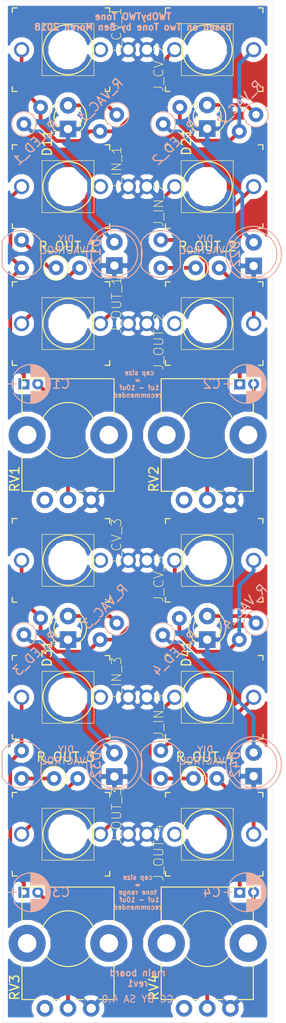
<source format=kicad_pcb>
(kicad_pcb (version 20171130) (host pcbnew "(5.0.0)")
  (layers (0 F.Cu signal) (31 B.Cu signal) (34 B.Paste user hide) (35 F.Paste user hide) (36 B.SilkS user) (37 F.SilkS user) (38 B.Mask user) (39 F.Mask user) (44 Edge.Cuts user))
  (net 0 "")
  (net 1 "Net-(C1-Pad2)")
  (net 2 "Net-(C1-Pad1)")
  (net 3 "Net-(C2-Pad1)")
  (net 4 "Net-(C2-Pad2)")
  (net 5 GND)
  (net 6 "Net-(C3-Pad1)")
  (net 7 "Net-(C3-Pad2)")
  (net 8 "Net-(C4-Pad2)")
  (net 9 "Net-(C4-Pad1)")
  (net 10 "Net-(D11-Pad2)")
  (net 11 "Net-(D12-Pad2)")
  (net 12 "Net-(D21-Pad2)")
  (net 13 "Net-(D22-Pad2)")
  (net 14 "Net-(D31-Pad2)")
  (net 15 "Net-(D32-Pad2)")
  (net 16 "Net-(D41-Pad2)")
  (net 17 "Net-(D42-Pad2)")
  (net 18 "Net-(J_CV_1-PadP$1_TIP)")
  (net 19 "Net-(J_CV_2-PadP$1_TIP)")
  (net 20 "Net-(J_CV_3-PadP$1_TIP)")
  (net 21 "Net-(J_CV_4-PadP$1_TIP)")
  (net 22 "Net-(R_OUT_1-Pad1)")
  (net 23 "Net-(R_OUT_2-Pad1)")
  (net 24 "Net-(R_OUT_3-Pad1)")
  (net 25 "Net-(R_OUT_4-Pad1)")
  (net 26 "Net-(J_IN_2-PadP$2_SWITCH)")
  (net 27 "Net-(J_IN_4-PadP$2_SWITCH)")
  (net 28 "Net-(J_OUT_1-PadP$1_TIP)")
  (net 29 "Net-(J_OUT_2-PadP$1_TIP)")
  (net 30 "Net-(J_OUT_3-PadP$1_TIP)")
  (net 31 "Net-(J_OUT_4-PadP$1_TIP)")
  (module Capacitors_THT:CP_Radial_D4.0mm_P1.50mm (layer B.Cu) (at 2.25 41.25)
    (fp_text reference C1 (at 4 0) (layer B.SilkS) (effects (justify mirror)))
    (fp_text value 10uF)
    (pad 2 thru_hole circle (at 1.5 0) (size 1.2 1.2) (drill 0.6) (layers *.Cu *.Mask) (net 1 "Net-(C1-Pad2)"))
    (pad 1 thru_hole rect (at 0 0) (size 1.2 1.2) (drill 0.6) (layers *.Cu *.Mask) (net 2 "Net-(C1-Pad1)"))
  )
  (module Capacitors_THT:CP_Radial_D4.0mm_P1.50mm (layer B.Cu) (at 2.25 96)
    (fp_text reference C3 (at 4 0) (layer B.SilkS) (effects (justify mirror)))
    (fp_text value 10uF)
    (pad 1 thru_hole rect (at 0 0) (size 1.2 1.2) (drill 0.6) (layers *.Cu *.Mask) (net 6 "Net-(C3-Pad1)"))
    (pad 2 thru_hole circle (at 1.5 0) (size 1.2 1.2) (drill 0.6) (layers *.Cu *.Mask) (net 7 "Net-(C3-Pad2)"))
  )
  (module LEDs:LED_D5.0mm (layer B.Cu) (at 12 28.5 90)
    (fp_text reference D12 (at 1.5 -2 90) (layer B.SilkS) (effects (justify mirror)))
    (fp_text value VAC-LED)
    (pad 2 thru_hole circle (at 2.54 0 90) (size 1.8 1.8) (drill 0.9) (layers *.Cu *.Mask) (net 11 "Net-(D12-Pad2)"))
    (pad 1 thru_hole rect (at 0 0 90) (size 1.8 1.8) (drill 0.9) (layers *.Cu *.Mask) (net 5 GND))
  )
  (module LEDs:LED_D5.0mm (layer B.Cu) (at 12 83.54 90)
    (fp_text reference D32 (at 1.25 -2 90) (layer B.SilkS) (effects (justify mirror)))
    (fp_text value VAC-LED)
    (pad 1 thru_hole rect (at 0 0 90) (size 1.8 1.8) (drill 0.9) (layers *.Cu *.Mask) (net 5 GND))
    (pad 2 thru_hole circle (at 2.54 0 90) (size 1.8 1.8) (drill 0.9) (layers *.Cu *.Mask) (net 15 "Net-(D32-Pad2)"))
  )
  (module Resistors_THT:R_Axial_DIN0207_L6.3mm_D2.5mm_P2.54mm_Vertical (layer B.Cu) (at 12.25 12.25 225)
    (fp_text reference R_VAC_1 (at 0.176777 2.298097 225) (layer B.SilkS) (effects (justify mirror)))
    (fp_text value 20K)
    (pad 1 thru_hole circle (at 0 0 225) (size 1.6 1.6) (drill 0.8) (layers *.Cu *.Mask) (net 10 "Net-(D11-Pad2)"))
    (pad 2 thru_hole oval (at 2.54 0 225) (size 1.6 1.6) (drill 0.8) (layers *.Cu *.Mask) (net 18 "Net-(J_CV_1-PadP$1_TIP)"))
  )
  (module Resistors_THT:R_Axial_DIN0207_L6.3mm_D2.5mm_P2.54mm_Vertical (layer B.Cu) (at 2.25 13.25 45)
    (fp_text reference R_LED_1 (at -0.53033 2.298097 45) (layer B.SilkS) (effects (justify mirror)))
    (fp_text value 20K)
    (pad 2 thru_hole oval (at 2.54 0 45) (size 1.6 1.6) (drill 0.8) (layers *.Cu *.Mask) (net 18 "Net-(J_CV_1-PadP$1_TIP)"))
    (pad 1 thru_hole circle (at 0 0 45) (size 1.6 1.6) (drill 0.8) (layers *.Cu *.Mask) (net 11 "Net-(D12-Pad2)"))
  )
  (module Resistors_THT:R_Axial_DIN0207_L6.3mm_D2.5mm_P2.54mm_Vertical (layer B.Cu) (at 12.25 67 225)
    (fp_text reference R_VAC_3 (at -0.353553 2.12132 225) (layer B.SilkS) (effects (justify mirror)))
    (fp_text value 20K)
    (pad 1 thru_hole circle (at 0 0 225) (size 1.6 1.6) (drill 0.8) (layers *.Cu *.Mask) (net 14 "Net-(D31-Pad2)"))
    (pad 2 thru_hole oval (at 2.54 0 225) (size 1.6 1.6) (drill 0.8) (layers *.Cu *.Mask) (net 20 "Net-(J_CV_3-PadP$1_TIP)"))
  )
  (module Resistors_THT:R_Axial_DIN0207_L6.3mm_D2.5mm_P2.54mm_Vertical (layer B.Cu) (at 2.25 68.25 45)
    (fp_text reference R_LED_3 (at -0.53033 2.298097 45) (layer B.SilkS) (effects (justify mirror)))
    (fp_text value 20K)
    (pad 2 thru_hole oval (at 2.54 0 45) (size 1.6 1.6) (drill 0.8) (layers *.Cu *.Mask) (net 20 "Net-(J_CV_3-PadP$1_TIP)"))
    (pad 1 thru_hole circle (at 0 0 45) (size 1.6 1.6) (drill 0.8) (layers *.Cu *.Mask) (net 15 "Net-(D32-Pad2)"))
  )
  (module Opto-Devices:Resistor_LDR_5x4.1_RM3 (layer B.Cu) (at 2 28.75 90)
    (fp_text reference VAC-PHOTO1 hide)
    (fp_text value 45k-140k1)
    (pad 2 thru_hole circle (at 3 0 90) (size 1.6 1.6) (drill 0.8) (layers *.Cu *.Mask) (net 22 "Net-(R_OUT_1-Pad1)"))
    (pad 1 thru_hole circle (at 0 0 90) (size 1.6 1.6) (drill 0.8) (layers *.Cu *.Mask) (net 2 "Net-(C1-Pad1)"))
  )
  (module Opto-Devices:Resistor_LDR_5x4.1_RM3 (layer B.Cu) (at 2 83.75 90)
    (fp_text reference VAC-PHOTO3 hide)
    (fp_text value 45k-140k1)
    (pad 1 thru_hole circle (at 0 0 90) (size 1.6 1.6) (drill 0.8) (layers *.Cu *.Mask) (net 24 "Net-(R_OUT_3-Pad1)"))
    (pad 2 thru_hole circle (at 3 0 90) (size 1.6 1.6) (drill 0.8) (layers *.Cu *.Mask) (net 6 "Net-(C3-Pad1)"))
  )
  (module Capacitors_THT:CP_Radial_D4.0mm_P1.50mm (layer B.Cu) (at 25.5 41.25)
    (fp_text reference C2 (at -3 0) (layer B.SilkS) (effects (justify mirror)))
    (fp_text value 10uF)
    (pad 1 thru_hole rect (at 0 0) (size 1.2 1.2) (drill 0.6) (layers *.Cu *.Mask) (net 3 "Net-(C2-Pad1)"))
    (pad 2 thru_hole circle (at 1.5 0) (size 1.2 1.2) (drill 0.6) (layers *.Cu *.Mask) (net 4 "Net-(C2-Pad2)"))
  )
  (module Capacitors_THT:CP_Radial_D4.0mm_P1.50mm (layer B.Cu) (at 25.5 96)
    (fp_text reference C4 (at -3 0) (layer B.SilkS) (effects (justify mirror)))
    (fp_text value 10uF)
    (pad 2 thru_hole circle (at 1.5 0) (size 1.2 1.2) (drill 0.6) (layers *.Cu *.Mask) (net 8 "Net-(C4-Pad2)"))
    (pad 1 thru_hole rect (at 0 0) (size 1.2 1.2) (drill 0.6) (layers *.Cu *.Mask) (net 9 "Net-(C4-Pad1)"))
  )
  (module LEDs:LED_D3.0mm (layer F.Cu) (at 7 13.79 90)
    (fp_text reference D11 (at -1.5 -2.25 90) (layer F.SilkS))
    (fp_text value LED)
    (pad 2 thru_hole circle (at 2.54 0 90) (size 1.8 1.8) (drill 0.9) (layers *.Cu *.Mask) (net 10 "Net-(D11-Pad2)"))
    (pad 1 thru_hole rect (at 0 0 90) (size 1.8 1.8) (drill 0.9) (layers *.Cu *.Mask) (net 5 GND))
  )
  (module LEDs:LED_D3.0mm (layer F.Cu) (at 22 13.75 90)
    (fp_text reference D21 (at -1.46 -2.25 90) (layer F.SilkS))
    (fp_text value LED)
    (pad 1 thru_hole rect (at 0 0 90) (size 1.8 1.8) (drill 0.9) (layers *.Cu *.Mask) (net 5 GND))
    (pad 2 thru_hole circle (at 2.54 0 90) (size 1.8 1.8) (drill 0.9) (layers *.Cu *.Mask) (net 12 "Net-(D21-Pad2)"))
  )
  (module LEDs:LED_D5.0mm (layer B.Cu) (at 27 28.54 90)
    (fp_text reference D22 (at 1.29 -2 90) (layer B.SilkS) (effects (justify mirror)))
    (fp_text value VAC-LED)
    (pad 1 thru_hole rect (at 0 0 90) (size 1.8 1.8) (drill 0.9) (layers *.Cu *.Mask) (net 5 GND))
    (pad 2 thru_hole circle (at 2.54 0 90) (size 1.8 1.8) (drill 0.9) (layers *.Cu *.Mask) (net 13 "Net-(D22-Pad2)"))
  )
  (module LEDs:LED_D3.0mm (layer F.Cu) (at 7 68.79 90)
    (fp_text reference D31 (at -1.5 -2.25 90) (layer F.SilkS))
    (fp_text value LED)
    (pad 2 thru_hole circle (at 2.54 0 90) (size 1.8 1.8) (drill 0.9) (layers *.Cu *.Mask) (net 14 "Net-(D31-Pad2)"))
    (pad 1 thru_hole rect (at 0 0 90) (size 1.8 1.8) (drill 0.9) (layers *.Cu *.Mask) (net 5 GND))
  )
  (module LEDs:LED_D3.0mm (layer F.Cu) (at 22 68.79 90)
    (fp_text reference D41 (at -1.5 -2.25 90) (layer F.SilkS))
    (fp_text value LED)
    (pad 1 thru_hole rect (at 0 0 90) (size 1.8 1.8) (drill 0.9) (layers *.Cu *.Mask) (net 5 GND))
    (pad 2 thru_hole circle (at 2.54 0 90) (size 1.8 1.8) (drill 0.9) (layers *.Cu *.Mask) (net 16 "Net-(D41-Pad2)"))
  )
  (module LEDs:LED_D5.0mm (layer B.Cu) (at 27 83.5 90)
    (fp_text reference D42 (at 1.27 -2 90) (layer B.SilkS) (effects (justify mirror)))
    (fp_text value VAC-LED)
    (pad 2 thru_hole circle (at 2.54 0 90) (size 1.8 1.8) (drill 0.9) (layers *.Cu *.Mask) (net 17 "Net-(D42-Pad2)"))
    (pad 1 thru_hole rect (at 0 0 90) (size 1.8 1.8) (drill 0.9) (layers *.Cu *.Mask) (net 5 GND))
  )
  (module Resistors_THT:R_Axial_DIN0207_L6.3mm_D2.5mm_P2.54mm_Vertical (layer B.Cu) (at 17.25 13.25 45)
    (fp_text reference R_LED_2 (at -0.53033 2.298097 45) (layer B.SilkS) (effects (justify mirror)))
    (fp_text value 20K)
    (pad 2 thru_hole oval (at 2.54 0 45) (size 1.6 1.6) (drill 0.8) (layers *.Cu *.Mask) (net 19 "Net-(J_CV_2-PadP$1_TIP)"))
    (pad 1 thru_hole circle (at 0 0 45) (size 1.6 1.6) (drill 0.8) (layers *.Cu *.Mask) (net 13 "Net-(D22-Pad2)"))
  )
  (module Resistors_THT:R_Axial_DIN0207_L6.3mm_D2.5mm_P2.54mm_Vertical (layer B.Cu) (at 17.203949 68.296051 45)
    (fp_text reference R_LED_4 (at -0.465204 2.298097 45) (layer B.SilkS) (effects (justify mirror)))
    (fp_text value 20K)
    (pad 2 thru_hole oval (at 2.54 0 45) (size 1.6 1.6) (drill 0.8) (layers *.Cu *.Mask) (net 21 "Net-(J_CV_4-PadP$1_TIP)"))
    (pad 1 thru_hole circle (at 0 0 45) (size 1.6 1.6) (drill 0.8) (layers *.Cu *.Mask) (net 17 "Net-(D42-Pad2)"))
  )
  (module Resistors_THT:R_Axial_DIN0207_L6.3mm_D2.5mm_P2.54mm_Vertical (layer F.Cu) (at 5.71 28.75)
    (fp_text reference R_OUT_1 (at 1.27 -2.31) (layer F.SilkS))
    (fp_text value 1K)
    (pad 2 thru_hole oval (at 2.54 0) (size 1.6 1.6) (drill 0.8) (layers *.Cu *.Mask) (net 28 "Net-(J_OUT_1-PadP$1_TIP)"))
    (pad 1 thru_hole circle (at 0 0) (size 1.6 1.6) (drill 0.8) (layers *.Cu *.Mask) (net 22 "Net-(R_OUT_1-Pad1)"))
  )
  (module Resistors_THT:R_Axial_DIN0207_L6.3mm_D2.5mm_P2.54mm_Vertical (layer F.Cu) (at 20.75 28.75)
    (fp_text reference R_OUT_2 (at 1.27 -2.31) (layer F.SilkS))
    (fp_text value 1K)
    (pad 1 thru_hole circle (at 0 0) (size 1.6 1.6) (drill 0.8) (layers *.Cu *.Mask) (net 23 "Net-(R_OUT_2-Pad1)"))
    (pad 2 thru_hole oval (at 2.54 0) (size 1.6 1.6) (drill 0.8) (layers *.Cu *.Mask) (net 29 "Net-(J_OUT_2-PadP$1_TIP)"))
  )
  (module Resistors_THT:R_Axial_DIN0207_L6.3mm_D2.5mm_P2.54mm_Vertical (layer F.Cu) (at 5.5 83.75)
    (fp_text reference R_OUT_3 (at 1.27 -2.31) (layer F.SilkS))
    (fp_text value 1K)
    (pad 1 thru_hole circle (at 0 0) (size 1.6 1.6) (drill 0.8) (layers *.Cu *.Mask) (net 24 "Net-(R_OUT_3-Pad1)"))
    (pad 2 thru_hole oval (at 2.54 0) (size 1.6 1.6) (drill 0.8) (layers *.Cu *.Mask) (net 30 "Net-(J_OUT_3-PadP$1_TIP)"))
  )
  (module Resistors_THT:R_Axial_DIN0207_L6.3mm_D2.5mm_P2.54mm_Vertical (layer F.Cu) (at 20.5 83.75)
    (fp_text reference R_OUT_4 (at 1.27 -2.31) (layer F.SilkS))
    (fp_text value 1K)
    (pad 2 thru_hole oval (at 2.54 0) (size 1.6 1.6) (drill 0.8) (layers *.Cu *.Mask) (net 31 "Net-(J_OUT_4-PadP$1_TIP)"))
    (pad 1 thru_hole circle (at 0 0) (size 1.6 1.6) (drill 0.8) (layers *.Cu *.Mask) (net 25 "Net-(R_OUT_4-Pad1)"))
  )
  (module Resistors_THT:R_Axial_DIN0207_L6.3mm_D2.5mm_P2.54mm_Vertical (layer B.Cu) (at 27.25 12.25 225)
    (fp_text reference R_VAC_2 (at 0.353553 2.12132 225) (layer B.SilkS) (effects (justify mirror)))
    (fp_text value 20K)
    (pad 1 thru_hole circle (at 0 0 225) (size 1.6 1.6) (drill 0.8) (layers *.Cu *.Mask) (net 12 "Net-(D21-Pad2)"))
    (pad 2 thru_hole oval (at 2.54 0 225) (size 1.6 1.6) (drill 0.8) (layers *.Cu *.Mask) (net 19 "Net-(J_CV_2-PadP$1_TIP)"))
  )
  (module Resistors_THT:R_Axial_DIN0207_L6.3mm_D2.5mm_P2.54mm_Vertical (layer B.Cu) (at 27.25 67 225)
    (fp_text reference R_VAC_4 (at -0.353553 2.12132 225) (layer B.SilkS) (effects (justify mirror)))
    (fp_text value 20K)
    (pad 1 thru_hole circle (at 0 0 225) (size 1.6 1.6) (drill 0.8) (layers *.Cu *.Mask) (net 16 "Net-(D41-Pad2)"))
    (pad 2 thru_hole oval (at 2.54 0 225) (size 1.6 1.6) (drill 0.8) (layers *.Cu *.Mask) (net 21 "Net-(J_CV_4-PadP$1_TIP)"))
  )
  (module Potentiometers:Potentiometer_Alps_RK09K_Horizontal (layer F.Cu) (at 9.5 53.75 90)
    (fp_text reference RV1 (at 2.25 -8.25 90) (layer F.SilkS))
    (fp_text value A10K)
    (pad 0 np_thru_hole circle (at 7 1.9 90) (size 4 4) (drill 2) (layers *.Cu *.Mask))
    (pad 0 np_thru_hole circle (at 7 -6.9 90) (size 4 4) (drill 2) (layers *.Cu *.Mask))
    (pad 1 thru_hole circle (at 0 0 90) (size 1.8 1.8) (drill 1) (layers *.Cu *.Mask) (net 5 GND))
    (pad 2 thru_hole circle (at 0 -2.5 90) (size 1.8 1.8) (drill 1) (layers *.Cu *.Mask) (net 1 "Net-(C1-Pad2)"))
    (pad 3 thru_hole circle (at 0 -5 90) (size 1.8 1.8) (drill 1) (layers *.Cu *.Mask))
  )
  (module Potentiometers:Potentiometer_Alps_RK09K_Horizontal (layer F.Cu) (at 24.5 53.75 90)
    (fp_text reference RV2 (at 2.25 -8.25 90) (layer F.SilkS))
    (fp_text value A10K)
    (pad 3 thru_hole circle (at 0 -5 90) (size 1.8 1.8) (drill 1) (layers *.Cu *.Mask))
    (pad 2 thru_hole circle (at 0 -2.5 90) (size 1.8 1.8) (drill 1) (layers *.Cu *.Mask) (net 4 "Net-(C2-Pad2)"))
    (pad 1 thru_hole circle (at 0 0 90) (size 1.8 1.8) (drill 1) (layers *.Cu *.Mask) (net 5 GND))
    (pad 0 np_thru_hole circle (at 7 -6.9 90) (size 4 4) (drill 2) (layers *.Cu *.Mask))
    (pad 0 np_thru_hole circle (at 7 1.9 90) (size 4 4) (drill 2) (layers *.Cu *.Mask))
  )
  (module Potentiometers:Potentiometer_Alps_RK09K_Horizontal (layer F.Cu) (at 9.5 108.5 90)
    (fp_text reference RV3 (at 2.25 -8.25 90) (layer F.SilkS))
    (fp_text value A10K)
    (pad 0 np_thru_hole circle (at 7 1.9 90) (size 4 4) (drill 2) (layers *.Cu *.Mask))
    (pad 0 np_thru_hole circle (at 7 -6.9 90) (size 4 4) (drill 2) (layers *.Cu *.Mask))
    (pad 1 thru_hole circle (at 0 0 90) (size 1.8 1.8) (drill 1) (layers *.Cu *.Mask) (net 5 GND))
    (pad 2 thru_hole circle (at 0 -2.5 90) (size 1.8 1.8) (drill 1) (layers *.Cu *.Mask) (net 7 "Net-(C3-Pad2)"))
    (pad 3 thru_hole circle (at 0 -5 90) (size 1.8 1.8) (drill 1) (layers *.Cu *.Mask))
  )
  (module Potentiometers:Potentiometer_Alps_RK09K_Horizontal (layer F.Cu) (at 24.5 108.5 90)
    (fp_text reference RV4 (at 2.25 -8.25 90) (layer F.SilkS))
    (fp_text value "A10K ")
    (pad 3 thru_hole circle (at 0 -5 90) (size 1.8 1.8) (drill 1) (layers *.Cu *.Mask))
    (pad 2 thru_hole circle (at 0 -2.5 90) (size 1.8 1.8) (drill 1) (layers *.Cu *.Mask) (net 8 "Net-(C4-Pad2)"))
    (pad 1 thru_hole circle (at 0 0 90) (size 1.8 1.8) (drill 1) (layers *.Cu *.Mask) (net 5 GND))
    (pad 0 np_thru_hole circle (at 7 -6.9 90) (size 4 4) (drill 2) (layers *.Cu *.Mask))
    (pad 0 np_thru_hole circle (at 7 1.9 90) (size 4 4) (drill 2) (layers *.Cu *.Mask))
  )
  (module Opto-Devices:Resistor_LDR_5x4.1_RM3 (layer B.Cu) (at 17 28.75 90)
    (fp_text reference VAC-PHOTO2 hide)
    (fp_text value 45k-140k1)
    (pad 1 thru_hole circle (at 0 0 90) (size 1.6 1.6) (drill 0.8) (layers *.Cu *.Mask) (net 23 "Net-(R_OUT_2-Pad1)"))
    (pad 2 thru_hole circle (at 3 0 90) (size 1.6 1.6) (drill 0.8) (layers *.Cu *.Mask) (net 3 "Net-(C2-Pad1)"))
  )
  (module Opto-Devices:Resistor_LDR_5x4.1_RM3 (layer B.Cu) (at 17 83.75 90)
    (fp_text reference VAC-PHOTO4 hide)
    (fp_text value 45k-140k1)
    (pad 2 thru_hole circle (at 3 0 90) (size 1.6 1.6) (drill 0.8) (layers *.Cu *.Mask) (net 9 "Net-(C4-Pad1)"))
    (pad 1 thru_hole circle (at 0 0 90) (size 1.6 1.6) (drill 0.8) (layers *.Cu *.Mask) (net 25 "Net-(R_OUT_4-Pad1)"))
  )
  (module Coriolis-KiCad:MusicThingModular-WQP-PJ301M-12_JACK (layer F.Cu) (at 7 5.25 90)
    (fp_text reference J_CV_1 (at 1.9812 5.2324 270) (layer F.SilkS) (effects (font (size 1.016 1.016) (thickness 0.0762))))
    (fp_text value thonkiconn hide)
    (pad "" np_thru_hole circle (at 0 0 90) (size 3.2 3.2) (drill 3.2) (layers *.Cu *.Mask))
    (pad P$3_SLEEVE thru_hole circle (at 0 6.49986 90) (size 1.64846 1.64846) (drill 1.09982) (layers *.Cu *.Paste *.Mask) (net 5 GND))
    (pad P$2_SWITCH thru_hole circle (at 0 3.49758 90) (size 1.64846 1.64846) (drill 1.09982) (layers *.Cu *.Paste *.Mask))
    (pad P$1_TIP thru_hole circle (at 0 -4.99872 90) (size 1.64846 1.64846) (drill 1.09982) (layers *.Cu *.Paste *.Mask) (net 18 "Net-(J_CV_1-PadP$1_TIP)"))
  )
  (module Coriolis-KiCad:MusicThingModular-WQP-PJ301M-12_JACK (layer F.Cu) (at 22 5.25 270)
    (fp_text reference J_CV_2 (at 1.9812 5.2324 90) (layer F.SilkS) (effects (font (size 1.016 1.016) (thickness 0.0762))))
    (fp_text value thonkiconn hide)
    (pad "" np_thru_hole circle (at 0 0 270) (size 3.2 3.2) (drill 3.2) (layers *.Cu *.Mask))
    (pad P$3_SLEEVE thru_hole circle (at 0 6.49986 270) (size 1.64846 1.64846) (drill 1.09982) (layers *.Cu *.Paste *.Mask) (net 5 GND))
    (pad P$2_SWITCH thru_hole circle (at 0 3.49758 270) (size 1.64846 1.64846) (drill 1.09982) (layers *.Cu *.Paste *.Mask) (net 18 "Net-(J_CV_1-PadP$1_TIP)"))
    (pad P$1_TIP thru_hole circle (at 0 -4.99872 270) (size 1.64846 1.64846) (drill 1.09982) (layers *.Cu *.Paste *.Mask) (net 19 "Net-(J_CV_2-PadP$1_TIP)"))
  )
  (module Coriolis-KiCad:MusicThingModular-WQP-PJ301M-12_JACK (layer F.Cu) (at 7 60.25 90)
    (fp_text reference J_CV_3 (at 1.9812 5.2324 270) (layer F.SilkS) (effects (font (size 1.016 1.016) (thickness 0.0762))))
    (fp_text value thonkiconn hide)
    (pad "" np_thru_hole circle (at 0 0 90) (size 3.2 3.2) (drill 3.2) (layers *.Cu *.Mask))
    (pad P$3_SLEEVE thru_hole circle (at 0 6.49986 90) (size 1.64846 1.64846) (drill 1.09982) (layers *.Cu *.Paste *.Mask) (net 5 GND))
    (pad P$2_SWITCH thru_hole circle (at 0 3.49758 90) (size 1.64846 1.64846) (drill 1.09982) (layers *.Cu *.Paste *.Mask))
    (pad P$1_TIP thru_hole circle (at 0 -4.99872 90) (size 1.64846 1.64846) (drill 1.09982) (layers *.Cu *.Paste *.Mask) (net 20 "Net-(J_CV_3-PadP$1_TIP)"))
  )
  (module Coriolis-KiCad:MusicThingModular-WQP-PJ301M-12_JACK (layer F.Cu) (at 22 60.25 270)
    (fp_text reference J_CV_4 (at 1.9812 5.2324 90) (layer F.SilkS) (effects (font (size 1.016 1.016) (thickness 0.0762))))
    (fp_text value thonkiconn hide)
    (pad P$1_TIP thru_hole circle (at 0 -4.99872 270) (size 1.64846 1.64846) (drill 1.09982) (layers *.Cu *.Paste *.Mask) (net 21 "Net-(J_CV_4-PadP$1_TIP)"))
    (pad P$2_SWITCH thru_hole circle (at 0 3.49758 270) (size 1.64846 1.64846) (drill 1.09982) (layers *.Cu *.Paste *.Mask) (net 20 "Net-(J_CV_3-PadP$1_TIP)"))
    (pad P$3_SLEEVE thru_hole circle (at 0 6.49986 270) (size 1.64846 1.64846) (drill 1.09982) (layers *.Cu *.Paste *.Mask) (net 5 GND))
    (pad "" np_thru_hole circle (at 0 0 270) (size 3.2 3.2) (drill 3.2) (layers *.Cu *.Mask))
  )
  (module Coriolis-KiCad:MusicThingModular-WQP-PJ301M-12_JACK (layer F.Cu) (at 7 20 90)
    (fp_text reference J_IN_1 (at 1.9812 5.2324 270) (layer F.SilkS) (effects (font (size 1.016 1.016) (thickness 0.0762))))
    (fp_text value thonkiconn hide)
    (pad P$1_TIP thru_hole circle (at 0 -4.99872 90) (size 1.64846 1.64846) (drill 1.09982) (layers *.Cu *.Paste *.Mask) (net 2 "Net-(C1-Pad1)"))
    (pad P$2_SWITCH thru_hole circle (at 0 3.49758 90) (size 1.64846 1.64846) (drill 1.09982) (layers *.Cu *.Paste *.Mask))
    (pad P$3_SLEEVE thru_hole circle (at 0 6.49986 90) (size 1.64846 1.64846) (drill 1.09982) (layers *.Cu *.Paste *.Mask) (net 5 GND))
    (pad "" np_thru_hole circle (at 0 0 90) (size 3.2 3.2) (drill 3.2) (layers *.Cu *.Mask))
  )
  (module Coriolis-KiCad:MusicThingModular-WQP-PJ301M-12_JACK (layer F.Cu) (at 22 20 270)
    (fp_text reference J_IN_2 (at 1.9812 5.2324 90) (layer F.SilkS) (effects (font (size 1.016 1.016) (thickness 0.0762))))
    (fp_text value thonkiconn hide)
    (pad "" np_thru_hole circle (at 0 0 270) (size 3.2 3.2) (drill 3.2) (layers *.Cu *.Mask))
    (pad P$3_SLEEVE thru_hole circle (at 0 6.49986 270) (size 1.64846 1.64846) (drill 1.09982) (layers *.Cu *.Paste *.Mask) (net 5 GND))
    (pad P$2_SWITCH thru_hole circle (at 0 3.49758 270) (size 1.64846 1.64846) (drill 1.09982) (layers *.Cu *.Paste *.Mask) (net 26 "Net-(J_IN_2-PadP$2_SWITCH)"))
    (pad P$1_TIP thru_hole circle (at 0 -4.99872 270) (size 1.64846 1.64846) (drill 1.09982) (layers *.Cu *.Paste *.Mask) (net 3 "Net-(C2-Pad1)"))
  )
  (module Coriolis-KiCad:MusicThingModular-WQP-PJ301M-12_JACK (layer F.Cu) (at 7 75 90)
    (fp_text reference J_IN_3 (at 1.9812 5.2324 270) (layer F.SilkS) (effects (font (size 1.016 1.016) (thickness 0.0762))))
    (fp_text value thonkiconn hide)
    (pad P$1_TIP thru_hole circle (at 0 -4.99872 90) (size 1.64846 1.64846) (drill 1.09982) (layers *.Cu *.Paste *.Mask) (net 6 "Net-(C3-Pad1)"))
    (pad P$2_SWITCH thru_hole circle (at 0 3.49758 90) (size 1.64846 1.64846) (drill 1.09982) (layers *.Cu *.Paste *.Mask))
    (pad P$3_SLEEVE thru_hole circle (at 0 6.49986 90) (size 1.64846 1.64846) (drill 1.09982) (layers *.Cu *.Paste *.Mask) (net 5 GND))
    (pad "" np_thru_hole circle (at 0 0 90) (size 3.2 3.2) (drill 3.2) (layers *.Cu *.Mask))
  )
  (module Coriolis-KiCad:MusicThingModular-WQP-PJ301M-12_JACK (layer F.Cu) (at 22 75 270)
    (fp_text reference J_IN_4 (at 1.9812 5.2324 90) (layer F.SilkS) (effects (font (size 1.016 1.016) (thickness 0.0762))))
    (fp_text value thonkiconn hide)
    (pad P$1_TIP thru_hole circle (at 0 -4.99872 270) (size 1.64846 1.64846) (drill 1.09982) (layers *.Cu *.Paste *.Mask) (net 9 "Net-(C4-Pad1)"))
    (pad P$2_SWITCH thru_hole circle (at 0 3.49758 270) (size 1.64846 1.64846) (drill 1.09982) (layers *.Cu *.Paste *.Mask) (net 27 "Net-(J_IN_4-PadP$2_SWITCH)"))
    (pad P$3_SLEEVE thru_hole circle (at 0 6.49986 270) (size 1.64846 1.64846) (drill 1.09982) (layers *.Cu *.Paste *.Mask) (net 5 GND))
    (pad "" np_thru_hole circle (at 0 0 270) (size 3.2 3.2) (drill 3.2) (layers *.Cu *.Mask))
  )
  (module Coriolis-KiCad:MusicThingModular-WQP-PJ301M-12_JACK (layer F.Cu) (at 7 34.75 90)
    (fp_text reference J_OUT_1 (at 1.9812 5.2324 270) (layer F.SilkS) (effects (font (size 1.016 1.016) (thickness 0.0762))))
    (fp_text value thonkiconn hide)
    (pad P$1_TIP thru_hole circle (at 0 -4.99872 90) (size 1.64846 1.64846) (drill 1.09982) (layers *.Cu *.Paste *.Mask) (net 28 "Net-(J_OUT_1-PadP$1_TIP)"))
    (pad P$2_SWITCH thru_hole circle (at 0 3.49758 90) (size 1.64846 1.64846) (drill 1.09982) (layers *.Cu *.Paste *.Mask) (net 26 "Net-(J_IN_2-PadP$2_SWITCH)"))
    (pad P$3_SLEEVE thru_hole circle (at 0 6.49986 90) (size 1.64846 1.64846) (drill 1.09982) (layers *.Cu *.Paste *.Mask) (net 5 GND))
    (pad "" np_thru_hole circle (at 0 0 90) (size 3.2 3.2) (drill 3.2) (layers *.Cu *.Mask))
  )
  (module Coriolis-KiCad:MusicThingModular-WQP-PJ301M-12_JACK (layer F.Cu) (at 22 34.75 270)
    (fp_text reference J_OUT_2 (at 1.9812 5.2324 90) (layer F.SilkS) (effects (font (size 1.016 1.016) (thickness 0.0762))))
    (fp_text value thonkiconn hide)
    (pad P$1_TIP thru_hole circle (at 0 -4.99872 270) (size 1.64846 1.64846) (drill 1.09982) (layers *.Cu *.Paste *.Mask) (net 29 "Net-(J_OUT_2-PadP$1_TIP)"))
    (pad P$2_SWITCH thru_hole circle (at 0 3.49758 270) (size 1.64846 1.64846) (drill 1.09982) (layers *.Cu *.Paste *.Mask))
    (pad P$3_SLEEVE thru_hole circle (at 0 6.49986 270) (size 1.64846 1.64846) (drill 1.09982) (layers *.Cu *.Paste *.Mask) (net 5 GND))
    (pad "" np_thru_hole circle (at 0 0 270) (size 3.2 3.2) (drill 3.2) (layers *.Cu *.Mask))
  )
  (module Coriolis-KiCad:MusicThingModular-WQP-PJ301M-12_JACK (layer F.Cu) (at 7 89.75 90)
    (fp_text reference J_OUT_3 (at 1.9812 5.2324 270) (layer F.SilkS) (effects (font (size 1.016 1.016) (thickness 0.0762))))
    (fp_text value thonkiconn hide)
    (pad "" np_thru_hole circle (at 0 0 90) (size 3.2 3.2) (drill 3.2) (layers *.Cu *.Mask))
    (pad P$3_SLEEVE thru_hole circle (at 0 6.49986 90) (size 1.64846 1.64846) (drill 1.09982) (layers *.Cu *.Paste *.Mask) (net 5 GND))
    (pad P$2_SWITCH thru_hole circle (at 0 3.49758 90) (size 1.64846 1.64846) (drill 1.09982) (layers *.Cu *.Paste *.Mask) (net 27 "Net-(J_IN_4-PadP$2_SWITCH)"))
    (pad P$1_TIP thru_hole circle (at 0 -4.99872 90) (size 1.64846 1.64846) (drill 1.09982) (layers *.Cu *.Paste *.Mask) (net 30 "Net-(J_OUT_3-PadP$1_TIP)"))
  )
  (module Coriolis-KiCad:MusicThingModular-WQP-PJ301M-12_JACK (layer F.Cu) (at 22 89.75 270)
    (fp_text reference J_OUT_4 (at 1.9812 5.2324 90) (layer F.SilkS) (effects (font (size 1.016 1.016) (thickness 0.0762))))
    (fp_text value thonkiconn hide)
    (pad "" np_thru_hole circle (at 0 0 270) (size 3.2 3.2) (drill 3.2) (layers *.Cu *.Mask))
    (pad P$3_SLEEVE thru_hole circle (at 0 6.49986 270) (size 1.64846 1.64846) (drill 1.09982) (layers *.Cu *.Paste *.Mask) (net 5 GND))
    (pad P$2_SWITCH thru_hole circle (at 0 3.49758 270) (size 1.64846 1.64846) (drill 1.09982) (layers *.Cu *.Paste *.Mask))
    (pad P$1_TIP thru_hole circle (at 0 -4.99872 270) (size 1.64846 1.64846) (drill 1.09982) (layers *.Cu *.Paste *.Mask) (net 31 "Net-(J_OUT_4-PadP$1_TIP)"))
  )
  (gr_text "DIY \nVACTROL" (at 21.5 81.25) (layer B.SilkS) (effects (font (size 0.75 0.75) (thickness 0.125)) (justify mirror)))
  (gr_text "DIY \nVACTROL" (at 21.5 26.25) (layer B.SilkS) (effects (font (size 0.75 0.75) (thickness 0.125)) (justify mirror)))
  (gr_text "main board\nrev1" (at 14.5 105.25) (layer B.SilkS) (effects (font (size 0.7 0.7)) (justify mirror)))
  (gr_text "CC BY SA 4.0" (at 14.5 107.5) (layer B.SilkS) (effects (font (size 0.75 0.75) (thickness 0.125)) (justify mirror)))
  (gr_text "TWObyTWO Tone\nbased on Two Tone by Ben Moren 2018" (at 14 2.25) (layer B.SilkS) (effects (font (size 0.7 0.7) (thickness 0.175)) (justify mirror)))
  (gr_text "cap size \n=\n1uf - 10uf \nrecommended" (at 14.5 41.25) (layer B.SilkS) (effects (font (size 0.5 0.5) (thickness 0.125)) (justify mirror)))
  (gr_text "DIY \nVACTROL" (at 6.5 26.25) (layer B.SilkS) (effects (font (size 0.75 0.75) (thickness 0.125)) (justify mirror)))
  (gr_text "cap size\n=\ntone range\n1uf - 10uf \nrecommended" (at 14.5 96) (layer B.SilkS) (effects (font (size 0.5 0.5) (thickness 0.125)) (justify mirror)))
  (gr_text "DIY \nVACTROL" (at 6.5 81.25) (layer B.SilkS) (effects (font (size 0.75 0.75) (thickness 0.125)) (justify mirror)))
  (gr_line (start 29 0) (end 29 110) (layer Edge.Cuts) (width 0.025))
  (gr_line (start 0 0) (end 29 0) (layer Edge.Cuts) (width 0.025))
  (gr_line (start 0 110) (end 29 110) (layer Edge.Cuts) (width 0.025))
  (gr_line (start 0 0) (end 0 110) (layer Edge.Cuts) (width 0.025))
  (segment (start 7 44.5) (end 7 53.75) (width 0.4) (layer F.Cu) (net 1))
  (segment (start 3.75 41.25) (end 7 44.5) (width 0.4) (layer F.Cu) (net 1))
  (segment (start 1.200001 27.950001) (end 2 28.75) (width 0.4) (layer F.Cu) (net 2))
  (segment (start 0.799999 27.549999) (end 1.200001 27.950001) (width 0.4) (layer F.Cu) (net 2))
  (segment (start 0.799999 21.201281) (end 0.799999 27.549999) (width 0.4) (layer F.Cu) (net 2))
  (segment (start 2.00128 20) (end 0.799999 21.201281) (width 0.4) (layer F.Cu) (net 2))
  (segment (start 2.25 40.25) (end 2.25 41.25) (width 0.4) (layer F.Cu) (net 2))
  (segment (start 0.777049 38.777049) (end 2.25 40.25) (width 0.4) (layer F.Cu) (net 2))
  (segment (start 0.777049 29.972951) (end 0.777049 38.777049) (width 0.4) (layer F.Cu) (net 2))
  (segment (start 2 28.75) (end 0.777049 29.972951) (width 0.4) (layer F.Cu) (net 2))
  (segment (start 21.24872 25.75) (end 17 25.75) (width 0.4) (layer F.Cu) (net 3))
  (segment (start 26.99872 20) (end 21.24872 25.75) (width 0.4) (layer F.Cu) (net 3))
  (segment (start 25.5 40.25) (end 25.5 41.25) (width 0.4) (layer F.Cu) (net 3))
  (segment (start 25.5 35.289998) (end 25.5 40.25) (width 0.4) (layer F.Cu) (net 3))
  (segment (start 21.950001 31.739999) (end 25.5 35.289998) (width 0.4) (layer F.Cu) (net 3))
  (segment (start 21.950001 28.173999) (end 21.950001 31.739999) (width 0.4) (layer F.Cu) (net 3))
  (segment (start 19.526002 25.75) (end 21.950001 28.173999) (width 0.4) (layer F.Cu) (net 3))
  (segment (start 17 25.75) (end 19.526002 25.75) (width 0.4) (layer F.Cu) (net 3))
  (segment (start 22 52.477208) (end 22 53.75) (width 0.4) (layer F.Cu) (net 4))
  (segment (start 22 47.098528) (end 22 52.477208) (width 0.4) (layer F.Cu) (net 4))
  (segment (start 27 42.098528) (end 22 47.098528) (width 0.4) (layer F.Cu) (net 4))
  (segment (start 27 41.25) (end 27 42.098528) (width 0.4) (layer F.Cu) (net 4))
  (segment (start 2.00128 80.74872) (end 2 80.75) (width 0.4) (layer F.Cu) (net 6))
  (segment (start 2.00128 75) (end 2.00128 80.74872) (width 0.4) (layer F.Cu) (net 6))
  (segment (start 2.25 95) (end 2.25 96) (width 0.4) (layer F.Cu) (net 6))
  (segment (start 0.777049 93.527049) (end 2.25 95) (width 0.4) (layer F.Cu) (net 6))
  (segment (start 0.777049 81.972951) (end 0.777049 93.527049) (width 0.4) (layer F.Cu) (net 6))
  (segment (start 2 80.75) (end 0.777049 81.972951) (width 0.4) (layer F.Cu) (net 6))
  (segment (start 7 99.25) (end 7 108.5) (width 0.4) (layer F.Cu) (net 7))
  (segment (start 3.75 96) (end 7 99.25) (width 0.4) (layer F.Cu) (net 7))
  (segment (start 22 107.227208) (end 22 108.5) (width 0.4) (layer F.Cu) (net 8))
  (segment (start 22 101.848528) (end 22 107.227208) (width 0.4) (layer F.Cu) (net 8))
  (segment (start 27 96.848528) (end 22 101.848528) (width 0.4) (layer F.Cu) (net 8))
  (segment (start 27 96) (end 27 96.848528) (width 0.4) (layer F.Cu) (net 8))
  (segment (start 26.174491 75.824229) (end 26.99872 75) (width 0.4) (layer F.Cu) (net 9))
  (segment (start 22.048719 79.950001) (end 26.174491 75.824229) (width 0.4) (layer F.Cu) (net 9))
  (segment (start 17.799999 79.950001) (end 22.048719 79.950001) (width 0.4) (layer F.Cu) (net 9))
  (segment (start 25.5 95) (end 25.5 96) (width 0.4) (layer F.Cu) (net 9))
  (segment (start 25.5 90.289998) (end 25.5 95) (width 0.4) (layer F.Cu) (net 9))
  (segment (start 21.839999 86.629997) (end 25.5 90.289998) (width 0.4) (layer F.Cu) (net 9))
  (segment (start 21.839999 83.313997) (end 21.839999 86.629997) (width 0.4) (layer F.Cu) (net 9))
  (segment (start 18.476003 79.950001) (end 21.839999 83.313997) (width 0.4) (layer F.Cu) (net 9))
  (segment (start 17.799999 79.950001) (end 18.476003 79.950001) (width 0.4) (layer F.Cu) (net 9))
  (segment (start 17 80.75) (end 17.799999 79.950001) (width 0.4) (layer F.Cu) (net 9))
  (segment (start 11.25 11.25) (end 12.25 12.25) (width 0.4) (layer F.Cu) (net 10))
  (segment (start 7 11.25) (end 11.25 11.25) (width 0.4) (layer F.Cu) (net 10))
  (segment (start 3.049999 14.049999) (end 2.25 13.25) (width 0.4) (layer B.Cu) (net 11))
  (segment (start 4.010001 14.049999) (end 3.049999 14.049999) (width 0.4) (layer B.Cu) (net 11))
  (segment (start 9.273349 19.313347) (end 4.010001 14.049999) (width 0.4) (layer B.Cu) (net 11))
  (segment (start 9.273349 23.233349) (end 9.273349 19.313347) (width 0.4) (layer B.Cu) (net 11))
  (segment (start 12 25.96) (end 9.273349 23.233349) (width 0.4) (layer B.Cu) (net 11))
  (segment (start 26.21 11.21) (end 27.25 12.25) (width 0.4) (layer F.Cu) (net 12))
  (segment (start 22 11.21) (end 26.21 11.21) (width 0.4) (layer F.Cu) (net 12))
  (segment (start 18.049999 14.049999) (end 17.25 13.25) (width 0.4) (layer B.Cu) (net 13))
  (segment (start 19.010001 14.049999) (end 18.049999 14.049999) (width 0.4) (layer B.Cu) (net 13))
  (segment (start 25.774489 20.814487) (end 19.010001 14.049999) (width 0.4) (layer B.Cu) (net 13))
  (segment (start 25.774489 24.774489) (end 25.774489 20.814487) (width 0.4) (layer B.Cu) (net 13))
  (segment (start 27 26) (end 25.774489 24.774489) (width 0.4) (layer B.Cu) (net 13))
  (segment (start 11.5 66.25) (end 12.25 67) (width 0.4) (layer F.Cu) (net 14))
  (segment (start 7 66.25) (end 11.5 66.25) (width 0.4) (layer F.Cu) (net 14))
  (segment (start 11.100001 80.100001) (end 12 81) (width 0.4) (layer B.Cu) (net 15))
  (segment (start 9.273349 78.273349) (end 11.100001 80.100001) (width 0.4) (layer B.Cu) (net 15))
  (segment (start 9.273349 74.313348) (end 9.273349 78.273349) (width 0.4) (layer B.Cu) (net 15))
  (segment (start 4.010001 69.049999) (end 9.273349 74.313348) (width 0.4) (layer B.Cu) (net 15))
  (segment (start 3.049999 69.049999) (end 4.010001 69.049999) (width 0.4) (layer B.Cu) (net 15))
  (segment (start 2.25 68.25) (end 3.049999 69.049999) (width 0.4) (layer B.Cu) (net 15))
  (segment (start 26.5 66.25) (end 27.25 67) (width 0.4) (layer F.Cu) (net 16))
  (segment (start 22 66.25) (end 26.5 66.25) (width 0.4) (layer F.Cu) (net 16))
  (segment (start 27 79.687208) (end 27 80.96) (width 0.4) (layer B.Cu) (net 17))
  (segment (start 27 77.039998) (end 27 79.687208) (width 0.4) (layer B.Cu) (net 17))
  (segment (start 19.056052 69.09605) (end 27 77.039998) (width 0.4) (layer B.Cu) (net 17))
  (segment (start 18.003948 69.09605) (end 19.056052 69.09605) (width 0.4) (layer B.Cu) (net 17))
  (segment (start 17.203949 68.296051) (end 18.003948 69.09605) (width 0.4) (layer B.Cu) (net 17))
  (segment (start 2.00128 9.409178) (end 4.046051 11.453949) (width 0.4) (layer F.Cu) (net 18))
  (segment (start 2.00128 5.25) (end 2.00128 9.409178) (width 0.4) (layer F.Cu) (net 18))
  (segment (start 11.585319 14.046051) (end 10.453949 14.046051) (width 0.4) (layer F.Cu) (net 18))
  (segment (start 12.229951 14.046051) (end 11.585319 14.046051) (width 0.4) (layer F.Cu) (net 18))
  (segment (start 17.678191 8.597811) (end 12.229951 14.046051) (width 0.4) (layer F.Cu) (net 18))
  (segment (start 17.678191 6.074229) (end 17.678191 8.597811) (width 0.4) (layer F.Cu) (net 18))
  (segment (start 18.50242 5.25) (end 17.678191 6.074229) (width 0.4) (layer F.Cu) (net 18))
  (segment (start 4.046051 12.585319) (end 4.046051 11.453949) (width 0.4) (layer F.Cu) (net 18))
  (segment (start 4.046051 13.356053) (end 4.046051 12.585319) (width 0.4) (layer F.Cu) (net 18))
  (segment (start 5.779999 15.090001) (end 4.046051 13.356053) (width 0.4) (layer F.Cu) (net 18))
  (segment (start 8.278629 15.090001) (end 5.779999 15.090001) (width 0.4) (layer F.Cu) (net 18))
  (segment (start 9.322579 14.046051) (end 8.278629 15.090001) (width 0.4) (layer F.Cu) (net 18))
  (segment (start 10.453949 14.046051) (end 9.322579 14.046051) (width 0.4) (layer F.Cu) (net 18))
  (segment (start 25.453949 6.794771) (end 26.99872 5.25) (width 0.4) (layer B.Cu) (net 19))
  (segment (start 25.453949 14.046051) (end 25.453949 6.794771) (width 0.4) (layer B.Cu) (net 19))
  (segment (start 19.046051 12.585319) (end 19.046051 11.453949) (width 0.4) (layer F.Cu) (net 19))
  (segment (start 19.046051 13.316053) (end 19.046051 12.585319) (width 0.4) (layer F.Cu) (net 19))
  (segment (start 20.779999 15.050001) (end 19.046051 13.316053) (width 0.4) (layer F.Cu) (net 19))
  (segment (start 24.449999 15.050001) (end 20.779999 15.050001) (width 0.4) (layer F.Cu) (net 19))
  (segment (start 25.453949 14.046051) (end 24.449999 15.050001) (width 0.4) (layer F.Cu) (net 19))
  (segment (start 2.00128 64.409178) (end 4.046051 66.453949) (width 0.4) (layer F.Cu) (net 20))
  (segment (start 2.00128 60.25) (end 2.00128 64.409178) (width 0.4) (layer F.Cu) (net 20))
  (segment (start 18.50242 61.415637) (end 18.50242 60.25) (width 0.4) (layer F.Cu) (net 20))
  (segment (start 18.50242 62.523582) (end 18.50242 61.415637) (width 0.4) (layer F.Cu) (net 20))
  (segment (start 12.229951 68.796051) (end 18.50242 62.523582) (width 0.4) (layer F.Cu) (net 20))
  (segment (start 10.453949 68.796051) (end 12.229951 68.796051) (width 0.4) (layer F.Cu) (net 20))
  (segment (start 4.046051 67.585319) (end 4.046051 66.453949) (width 0.4) (layer F.Cu) (net 20))
  (segment (start 4.046051 68.356053) (end 4.046051 67.585319) (width 0.4) (layer F.Cu) (net 20))
  (segment (start 5.779999 70.090001) (end 4.046051 68.356053) (width 0.4) (layer F.Cu) (net 20))
  (segment (start 9.159999 70.090001) (end 5.779999 70.090001) (width 0.4) (layer F.Cu) (net 20))
  (segment (start 10.453949 68.796051) (end 9.159999 70.090001) (width 0.4) (layer F.Cu) (net 20))
  (segment (start 25.453949 67.664681) (end 25.453949 68.796051) (width 0.4) (layer B.Cu) (net 21))
  (segment (start 25.453949 62.960408) (end 25.453949 67.664681) (width 0.4) (layer B.Cu) (net 21))
  (segment (start 26.99872 61.415637) (end 25.453949 62.960408) (width 0.4) (layer B.Cu) (net 21))
  (segment (start 26.99872 60.25) (end 26.99872 61.415637) (width 0.4) (layer B.Cu) (net 21))
  (segment (start 24.65395 69.59605) (end 25.453949 68.796051) (width 0.4) (layer F.Cu) (net 21))
  (segment (start 24.159999 70.090001) (end 24.65395 69.59605) (width 0.4) (layer F.Cu) (net 21))
  (segment (start 20.840001 70.090001) (end 24.159999 70.090001) (width 0.4) (layer F.Cu) (net 21))
  (segment (start 19 68.25) (end 20.840001 70.090001) (width 0.4) (layer F.Cu) (net 21))
  (segment (start 19 66.5) (end 19 68.25) (width 0.4) (layer F.Cu) (net 21))
  (segment (start 5 28.75) (end 5.71 28.75) (width 0.4) (layer F.Cu) (net 22))
  (segment (start 2 25.75) (end 5 28.75) (width 0.4) (layer F.Cu) (net 22))
  (segment (start 20.75 28.75) (end 17 28.75) (width 0.4) (layer F.Cu) (net 23))
  (segment (start 2 83.75) (end 5.5 83.75) (width 0.4) (layer F.Cu) (net 24))
  (segment (start 20.5 83.75) (end 17 83.75) (width 0.4) (layer F.Cu) (net 25))
  (segment (start 17.678191 20.824229) (end 18.50242 20) (width 0.4) (layer F.Cu) (net 26))
  (segment (start 13.840001 24.662419) (end 17.678191 20.824229) (width 0.4) (layer F.Cu) (net 26))
  (segment (start 13.840001 31.407579) (end 13.840001 24.662419) (width 0.4) (layer F.Cu) (net 26))
  (segment (start 10.49758 34.75) (end 13.840001 31.407579) (width 0.4) (layer F.Cu) (net 26))
  (segment (start 17.678191 75.824229) (end 18.50242 75) (width 0.4) (layer F.Cu) (net 27))
  (segment (start 15.799999 77.702421) (end 17.678191 75.824229) (width 0.4) (layer F.Cu) (net 27))
  (segment (start 15.799999 84.447581) (end 15.799999 77.702421) (width 0.4) (layer F.Cu) (net 27))
  (segment (start 10.49758 89.75) (end 15.799999 84.447581) (width 0.4) (layer F.Cu) (net 27))
  (segment (start 8.00128 28.75) (end 8.25 28.75) (width 0.4) (layer F.Cu) (net 28))
  (segment (start 2.00128 34.75) (end 8.00128 28.75) (width 0.4) (layer F.Cu) (net 28))
  (segment (start 26.99872 32.45872) (end 23.29 28.75) (width 0.4) (layer F.Cu) (net 29))
  (segment (start 26.99872 34.75) (end 26.99872 32.45872) (width 0.4) (layer F.Cu) (net 29))
  (segment (start 8.00128 83.75) (end 8.04 83.75) (width 0.4) (layer F.Cu) (net 30))
  (segment (start 2.00128 89.75) (end 8.00128 83.75) (width 0.4) (layer F.Cu) (net 30))
  (segment (start 26.99872 87.70872) (end 26.99872 89.75) (width 0.4) (layer F.Cu) (net 31))
  (segment (start 23.04 83.75) (end 26.99872 87.70872) (width 0.4) (layer F.Cu) (net 31))
  (zone (net 5) (net_name GND) (layer F.Cu) (connect_pads (clearance 0.508)) (min_thickness 0.254) (fill yes (arc_segments 16) (thermal_gap 0.508) (thermal_bridge_width 0.508))
    (polygon (pts (xy 0 0) (xy 29 0) (xy 29 110) (xy 0 110)))
  )
  (zone (net 5) (net_name GND) (layer B.Cu) (connect_pads (clearance 0.508)) (min_thickness 0.254) (fill yes (arc_segments 16) (thermal_gap 0.508) (thermal_bridge_width 0.508))
    (polygon (pts (xy 0 0) (xy 29 0) (xy 29 110) (xy 0 110)))
  )
)
</source>
